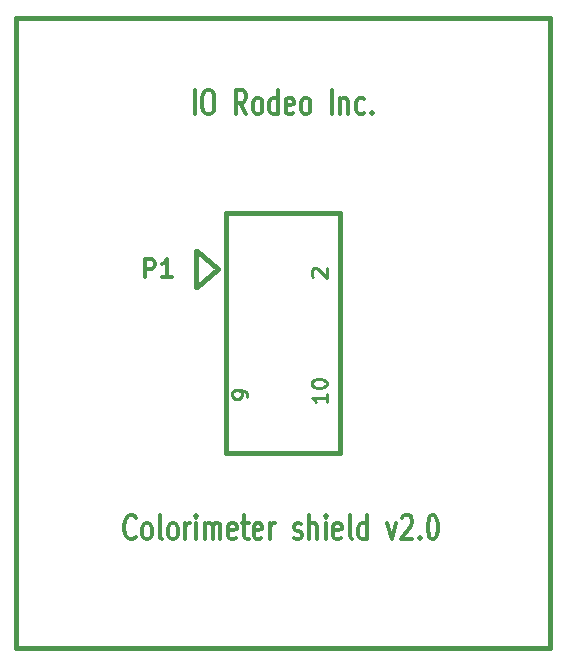
<source format=gto>
G04 (created by PCBNEW-RS274X (2011-07-19)-testing) date Fri 10 Feb 2012 01:30:19 PM PST*
G01*
G70*
G90*
%MOIN*%
G04 Gerber Fmt 3.4, Leading zero omitted, Abs format*
%FSLAX34Y34*%
G04 APERTURE LIST*
%ADD10C,0.006000*%
%ADD11C,0.012000*%
%ADD12C,0.015000*%
%ADD13C,0.010000*%
G04 APERTURE END LIST*
G54D10*
G54D11*
X61844Y-47807D02*
X61815Y-47845D01*
X61729Y-47883D01*
X61672Y-47883D01*
X61587Y-47845D01*
X61529Y-47769D01*
X61501Y-47692D01*
X61472Y-47540D01*
X61472Y-47426D01*
X61501Y-47273D01*
X61529Y-47197D01*
X61587Y-47121D01*
X61672Y-47083D01*
X61729Y-47083D01*
X61815Y-47121D01*
X61844Y-47159D01*
X62187Y-47883D02*
X62129Y-47845D01*
X62101Y-47807D01*
X62072Y-47730D01*
X62072Y-47502D01*
X62101Y-47426D01*
X62129Y-47388D01*
X62187Y-47349D01*
X62272Y-47349D01*
X62329Y-47388D01*
X62358Y-47426D01*
X62387Y-47502D01*
X62387Y-47730D01*
X62358Y-47807D01*
X62329Y-47845D01*
X62272Y-47883D01*
X62187Y-47883D01*
X62730Y-47883D02*
X62672Y-47845D01*
X62644Y-47769D01*
X62644Y-47083D01*
X63044Y-47883D02*
X62986Y-47845D01*
X62958Y-47807D01*
X62929Y-47730D01*
X62929Y-47502D01*
X62958Y-47426D01*
X62986Y-47388D01*
X63044Y-47349D01*
X63129Y-47349D01*
X63186Y-47388D01*
X63215Y-47426D01*
X63244Y-47502D01*
X63244Y-47730D01*
X63215Y-47807D01*
X63186Y-47845D01*
X63129Y-47883D01*
X63044Y-47883D01*
X63501Y-47883D02*
X63501Y-47349D01*
X63501Y-47502D02*
X63529Y-47426D01*
X63558Y-47388D01*
X63615Y-47349D01*
X63672Y-47349D01*
X63872Y-47883D02*
X63872Y-47349D01*
X63872Y-47083D02*
X63843Y-47121D01*
X63872Y-47159D01*
X63900Y-47121D01*
X63872Y-47083D01*
X63872Y-47159D01*
X64158Y-47883D02*
X64158Y-47349D01*
X64158Y-47426D02*
X64186Y-47388D01*
X64244Y-47349D01*
X64329Y-47349D01*
X64386Y-47388D01*
X64415Y-47464D01*
X64415Y-47883D01*
X64415Y-47464D02*
X64444Y-47388D01*
X64501Y-47349D01*
X64586Y-47349D01*
X64644Y-47388D01*
X64672Y-47464D01*
X64672Y-47883D01*
X65186Y-47845D02*
X65129Y-47883D01*
X65015Y-47883D01*
X64958Y-47845D01*
X64929Y-47769D01*
X64929Y-47464D01*
X64958Y-47388D01*
X65015Y-47349D01*
X65129Y-47349D01*
X65186Y-47388D01*
X65215Y-47464D01*
X65215Y-47540D01*
X64929Y-47616D01*
X65386Y-47349D02*
X65615Y-47349D01*
X65472Y-47083D02*
X65472Y-47769D01*
X65500Y-47845D01*
X65558Y-47883D01*
X65615Y-47883D01*
X66043Y-47845D02*
X65986Y-47883D01*
X65872Y-47883D01*
X65815Y-47845D01*
X65786Y-47769D01*
X65786Y-47464D01*
X65815Y-47388D01*
X65872Y-47349D01*
X65986Y-47349D01*
X66043Y-47388D01*
X66072Y-47464D01*
X66072Y-47540D01*
X65786Y-47616D01*
X66329Y-47883D02*
X66329Y-47349D01*
X66329Y-47502D02*
X66357Y-47426D01*
X66386Y-47388D01*
X66443Y-47349D01*
X66500Y-47349D01*
X67128Y-47845D02*
X67185Y-47883D01*
X67300Y-47883D01*
X67357Y-47845D01*
X67385Y-47769D01*
X67385Y-47730D01*
X67357Y-47654D01*
X67300Y-47616D01*
X67214Y-47616D01*
X67157Y-47578D01*
X67128Y-47502D01*
X67128Y-47464D01*
X67157Y-47388D01*
X67214Y-47349D01*
X67300Y-47349D01*
X67357Y-47388D01*
X67643Y-47883D02*
X67643Y-47083D01*
X67900Y-47883D02*
X67900Y-47464D01*
X67871Y-47388D01*
X67814Y-47349D01*
X67729Y-47349D01*
X67671Y-47388D01*
X67643Y-47426D01*
X68186Y-47883D02*
X68186Y-47349D01*
X68186Y-47083D02*
X68157Y-47121D01*
X68186Y-47159D01*
X68214Y-47121D01*
X68186Y-47083D01*
X68186Y-47159D01*
X68700Y-47845D02*
X68643Y-47883D01*
X68529Y-47883D01*
X68472Y-47845D01*
X68443Y-47769D01*
X68443Y-47464D01*
X68472Y-47388D01*
X68529Y-47349D01*
X68643Y-47349D01*
X68700Y-47388D01*
X68729Y-47464D01*
X68729Y-47540D01*
X68443Y-47616D01*
X69072Y-47883D02*
X69014Y-47845D01*
X68986Y-47769D01*
X68986Y-47083D01*
X69557Y-47883D02*
X69557Y-47083D01*
X69557Y-47845D02*
X69500Y-47883D01*
X69386Y-47883D01*
X69328Y-47845D01*
X69300Y-47807D01*
X69271Y-47730D01*
X69271Y-47502D01*
X69300Y-47426D01*
X69328Y-47388D01*
X69386Y-47349D01*
X69500Y-47349D01*
X69557Y-47388D01*
X70243Y-47349D02*
X70386Y-47883D01*
X70528Y-47349D01*
X70728Y-47159D02*
X70757Y-47121D01*
X70814Y-47083D01*
X70957Y-47083D01*
X71014Y-47121D01*
X71043Y-47159D01*
X71071Y-47235D01*
X71071Y-47311D01*
X71043Y-47426D01*
X70700Y-47883D01*
X71071Y-47883D01*
X71328Y-47807D02*
X71356Y-47845D01*
X71328Y-47883D01*
X71299Y-47845D01*
X71328Y-47807D01*
X71328Y-47883D01*
X71728Y-47083D02*
X71785Y-47083D01*
X71842Y-47121D01*
X71871Y-47159D01*
X71900Y-47235D01*
X71928Y-47388D01*
X71928Y-47578D01*
X71900Y-47730D01*
X71871Y-47807D01*
X71842Y-47845D01*
X71785Y-47883D01*
X71728Y-47883D01*
X71671Y-47845D01*
X71642Y-47807D01*
X71614Y-47730D01*
X71585Y-47578D01*
X71585Y-47388D01*
X71614Y-47235D01*
X71642Y-47159D01*
X71671Y-47121D01*
X71728Y-47083D01*
X63815Y-33710D02*
X63815Y-32910D01*
X64215Y-32910D02*
X64329Y-32910D01*
X64387Y-32948D01*
X64444Y-33024D01*
X64472Y-33176D01*
X64472Y-33443D01*
X64444Y-33596D01*
X64387Y-33672D01*
X64329Y-33710D01*
X64215Y-33710D01*
X64158Y-33672D01*
X64101Y-33596D01*
X64072Y-33443D01*
X64072Y-33176D01*
X64101Y-33024D01*
X64158Y-32948D01*
X64215Y-32910D01*
X65530Y-33710D02*
X65330Y-33329D01*
X65187Y-33710D02*
X65187Y-32910D01*
X65415Y-32910D01*
X65473Y-32948D01*
X65501Y-32986D01*
X65530Y-33062D01*
X65530Y-33176D01*
X65501Y-33253D01*
X65473Y-33291D01*
X65415Y-33329D01*
X65187Y-33329D01*
X65873Y-33710D02*
X65815Y-33672D01*
X65787Y-33634D01*
X65758Y-33557D01*
X65758Y-33329D01*
X65787Y-33253D01*
X65815Y-33215D01*
X65873Y-33176D01*
X65958Y-33176D01*
X66015Y-33215D01*
X66044Y-33253D01*
X66073Y-33329D01*
X66073Y-33557D01*
X66044Y-33634D01*
X66015Y-33672D01*
X65958Y-33710D01*
X65873Y-33710D01*
X66587Y-33710D02*
X66587Y-32910D01*
X66587Y-33672D02*
X66530Y-33710D01*
X66416Y-33710D01*
X66358Y-33672D01*
X66330Y-33634D01*
X66301Y-33557D01*
X66301Y-33329D01*
X66330Y-33253D01*
X66358Y-33215D01*
X66416Y-33176D01*
X66530Y-33176D01*
X66587Y-33215D01*
X67101Y-33672D02*
X67044Y-33710D01*
X66930Y-33710D01*
X66873Y-33672D01*
X66844Y-33596D01*
X66844Y-33291D01*
X66873Y-33215D01*
X66930Y-33176D01*
X67044Y-33176D01*
X67101Y-33215D01*
X67130Y-33291D01*
X67130Y-33367D01*
X66844Y-33443D01*
X67473Y-33710D02*
X67415Y-33672D01*
X67387Y-33634D01*
X67358Y-33557D01*
X67358Y-33329D01*
X67387Y-33253D01*
X67415Y-33215D01*
X67473Y-33176D01*
X67558Y-33176D01*
X67615Y-33215D01*
X67644Y-33253D01*
X67673Y-33329D01*
X67673Y-33557D01*
X67644Y-33634D01*
X67615Y-33672D01*
X67558Y-33710D01*
X67473Y-33710D01*
X68387Y-33710D02*
X68387Y-32910D01*
X68673Y-33176D02*
X68673Y-33710D01*
X68673Y-33253D02*
X68701Y-33215D01*
X68759Y-33176D01*
X68844Y-33176D01*
X68901Y-33215D01*
X68930Y-33291D01*
X68930Y-33710D01*
X69473Y-33672D02*
X69416Y-33710D01*
X69302Y-33710D01*
X69244Y-33672D01*
X69216Y-33634D01*
X69187Y-33557D01*
X69187Y-33329D01*
X69216Y-33253D01*
X69244Y-33215D01*
X69302Y-33176D01*
X69416Y-33176D01*
X69473Y-33215D01*
X69730Y-33634D02*
X69758Y-33672D01*
X69730Y-33710D01*
X69701Y-33672D01*
X69730Y-33634D01*
X69730Y-33710D01*
G54D12*
X57851Y-30501D02*
X75651Y-30501D01*
X75651Y-51501D02*
X75651Y-30501D01*
X57851Y-51501D02*
X75651Y-51501D01*
X57851Y-30501D02*
X57851Y-51501D01*
X68650Y-37000D02*
X68650Y-45000D01*
X68650Y-45000D02*
X64850Y-45000D01*
X64850Y-45000D02*
X64850Y-37000D01*
X64850Y-37000D02*
X68650Y-37000D01*
X63876Y-38283D02*
X63876Y-39465D01*
X64589Y-38888D02*
X63889Y-38288D01*
X63890Y-39488D02*
X64590Y-38888D01*
G54D11*
X62156Y-39141D02*
X62156Y-38541D01*
X62384Y-38541D01*
X62442Y-38569D01*
X62470Y-38598D01*
X62499Y-38655D01*
X62499Y-38741D01*
X62470Y-38798D01*
X62442Y-38827D01*
X62384Y-38855D01*
X62156Y-38855D01*
X63070Y-39141D02*
X62727Y-39141D01*
X62899Y-39141D02*
X62899Y-38541D01*
X62842Y-38627D01*
X62784Y-38684D01*
X62727Y-38712D01*
G54D13*
X68212Y-43024D02*
X68212Y-43310D01*
X68212Y-43167D02*
X67712Y-43167D01*
X67784Y-43215D01*
X67831Y-43262D01*
X67855Y-43310D01*
X67712Y-42715D02*
X67712Y-42667D01*
X67736Y-42619D01*
X67760Y-42596D01*
X67808Y-42572D01*
X67903Y-42548D01*
X68022Y-42548D01*
X68117Y-42572D01*
X68165Y-42596D01*
X68189Y-42619D01*
X68212Y-42667D01*
X68212Y-42715D01*
X68189Y-42762D01*
X68165Y-42786D01*
X68117Y-42810D01*
X68022Y-42834D01*
X67903Y-42834D01*
X67808Y-42810D01*
X67760Y-42786D01*
X67736Y-42762D01*
X67712Y-42715D01*
X65574Y-43142D02*
X65574Y-43047D01*
X65551Y-42999D01*
X65527Y-42975D01*
X65455Y-42928D01*
X65360Y-42904D01*
X65170Y-42904D01*
X65122Y-42928D01*
X65098Y-42952D01*
X65074Y-42999D01*
X65074Y-43095D01*
X65098Y-43142D01*
X65122Y-43166D01*
X65170Y-43190D01*
X65289Y-43190D01*
X65336Y-43166D01*
X65360Y-43142D01*
X65384Y-43095D01*
X65384Y-42999D01*
X65360Y-42952D01*
X65336Y-42928D01*
X65289Y-42904D01*
X67760Y-39135D02*
X67736Y-39111D01*
X67712Y-39063D01*
X67712Y-38944D01*
X67736Y-38897D01*
X67760Y-38873D01*
X67808Y-38849D01*
X67855Y-38849D01*
X67927Y-38873D01*
X68212Y-39159D01*
X68212Y-38849D01*
M02*

</source>
